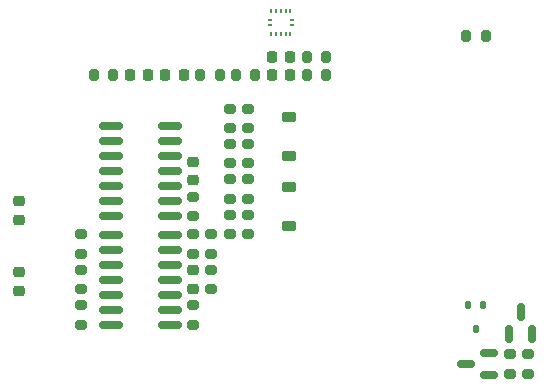
<source format=gtp>
%TF.GenerationSoftware,KiCad,Pcbnew,9.0.4*%
%TF.CreationDate,2026-01-27T00:07:53+00:00*%
%TF.ProjectId,BSPD,42535044-2e6b-4696-9361-645f70636258,1.3.0*%
%TF.SameCoordinates,Original*%
%TF.FileFunction,Paste,Top*%
%TF.FilePolarity,Positive*%
%FSLAX46Y46*%
G04 Gerber Fmt 4.6, Leading zero omitted, Abs format (unit mm)*
G04 Created by KiCad (PCBNEW 9.0.4) date 2026-01-27 00:07:53*
%MOMM*%
%LPD*%
G01*
G04 APERTURE LIST*
G04 Aperture macros list*
%AMRoundRect*
0 Rectangle with rounded corners*
0 $1 Rounding radius*
0 $2 $3 $4 $5 $6 $7 $8 $9 X,Y pos of 4 corners*
0 Add a 4 corners polygon primitive as box body*
4,1,4,$2,$3,$4,$5,$6,$7,$8,$9,$2,$3,0*
0 Add four circle primitives for the rounded corners*
1,1,$1+$1,$2,$3*
1,1,$1+$1,$4,$5*
1,1,$1+$1,$6,$7*
1,1,$1+$1,$8,$9*
0 Add four rect primitives between the rounded corners*
20,1,$1+$1,$2,$3,$4,$5,0*
20,1,$1+$1,$4,$5,$6,$7,0*
20,1,$1+$1,$6,$7,$8,$9,0*
20,1,$1+$1,$8,$9,$2,$3,0*%
G04 Aperture macros list end*
%ADD10RoundRect,0.200000X-0.275000X0.200000X-0.275000X-0.200000X0.275000X-0.200000X0.275000X0.200000X0*%
%ADD11RoundRect,0.200000X0.275000X-0.200000X0.275000X0.200000X-0.275000X0.200000X-0.275000X-0.200000X0*%
%ADD12RoundRect,0.225000X0.375000X-0.225000X0.375000X0.225000X-0.375000X0.225000X-0.375000X-0.225000X0*%
%ADD13RoundRect,0.200000X-0.200000X-0.275000X0.200000X-0.275000X0.200000X0.275000X-0.200000X0.275000X0*%
%ADD14RoundRect,0.112500X0.112500X0.237500X-0.112500X0.237500X-0.112500X-0.237500X0.112500X-0.237500X0*%
%ADD15R,0.200000X0.350000*%
%ADD16R,0.350000X0.200000*%
%ADD17RoundRect,0.200000X0.200000X0.275000X-0.200000X0.275000X-0.200000X-0.275000X0.200000X-0.275000X0*%
%ADD18RoundRect,0.225000X0.225000X0.250000X-0.225000X0.250000X-0.225000X-0.250000X0.225000X-0.250000X0*%
%ADD19RoundRect,0.225000X-0.225000X-0.250000X0.225000X-0.250000X0.225000X0.250000X-0.225000X0.250000X0*%
%ADD20RoundRect,0.218750X0.218750X0.256250X-0.218750X0.256250X-0.218750X-0.256250X0.218750X-0.256250X0*%
%ADD21RoundRect,0.150000X0.825000X0.150000X-0.825000X0.150000X-0.825000X-0.150000X0.825000X-0.150000X0*%
%ADD22RoundRect,0.218750X-0.256250X0.218750X-0.256250X-0.218750X0.256250X-0.218750X0.256250X0.218750X0*%
%ADD23RoundRect,0.150000X0.150000X-0.587500X0.150000X0.587500X-0.150000X0.587500X-0.150000X-0.587500X0*%
%ADD24RoundRect,0.225000X0.250000X-0.225000X0.250000X0.225000X-0.250000X0.225000X-0.250000X-0.225000X0*%
%ADD25RoundRect,0.150000X0.587500X0.150000X-0.587500X0.150000X-0.587500X-0.150000X0.587500X-0.150000X0*%
G04 APERTURE END LIST*
D10*
X160150000Y-93325000D03*
X160150000Y-94975000D03*
D11*
X161800000Y-84325000D03*
X161800000Y-82675000D03*
D10*
X158650000Y-96325000D03*
X158650000Y-97975000D03*
D12*
X166800000Y-83650000D03*
X166800000Y-80350000D03*
D13*
X181775000Y-73500000D03*
X183425000Y-73500000D03*
D10*
X185500000Y-100475000D03*
X185500000Y-102125000D03*
D11*
X161800000Y-90325000D03*
X161800000Y-88675000D03*
D14*
X183250000Y-96300000D03*
X181950000Y-96300000D03*
X182600000Y-98300000D03*
D10*
X163300000Y-82675000D03*
X163300000Y-84325000D03*
X163300000Y-88675000D03*
X163300000Y-90325000D03*
D13*
X150275000Y-76800000D03*
X151925000Y-76800000D03*
D15*
X165300000Y-73400000D03*
X165700000Y-73400000D03*
X166100000Y-73400000D03*
X166500000Y-73400000D03*
X166900000Y-73400000D03*
D16*
X167050000Y-72600000D03*
X167050000Y-72200000D03*
D15*
X166900000Y-71400000D03*
X166500000Y-71400000D03*
X166100000Y-71400000D03*
X165700000Y-71400000D03*
X165300000Y-71400000D03*
D16*
X165150000Y-72200000D03*
X165150000Y-72600000D03*
D17*
X163925000Y-76800000D03*
X162275000Y-76800000D03*
D18*
X166875000Y-76800000D03*
X165325000Y-76800000D03*
D19*
X165325000Y-75300000D03*
X166875000Y-75300000D03*
D20*
X154887500Y-76800000D03*
X153312500Y-76800000D03*
D21*
X156675000Y-88760000D03*
X156675000Y-87490000D03*
X156675000Y-86220000D03*
X156675000Y-84950000D03*
X156675000Y-83680000D03*
X156675000Y-82410000D03*
X156675000Y-81140000D03*
X151725000Y-81140000D03*
X151725000Y-82410000D03*
X151725000Y-83680000D03*
X151725000Y-84950000D03*
X151725000Y-86220000D03*
X151725000Y-87490000D03*
X151725000Y-88760000D03*
D12*
X166800000Y-89650000D03*
X166800000Y-86350000D03*
D11*
X149200000Y-94975000D03*
X149200000Y-93325000D03*
D10*
X161800000Y-85675000D03*
X161800000Y-87325000D03*
D11*
X149200000Y-91975000D03*
X149200000Y-90325000D03*
D17*
X160925000Y-76800000D03*
X159275000Y-76800000D03*
D10*
X163300000Y-85675000D03*
X163300000Y-87325000D03*
X158650000Y-87125000D03*
X158650000Y-88775000D03*
X161800000Y-79675000D03*
X161800000Y-81325000D03*
D22*
X143900000Y-87493519D03*
X143900000Y-89068519D03*
D23*
X185450000Y-98737500D03*
X187350000Y-98737500D03*
X186400000Y-96862500D03*
D11*
X149200000Y-97975000D03*
X149200000Y-96325000D03*
D24*
X158650000Y-85725000D03*
X158650000Y-84175000D03*
D10*
X158650000Y-90325000D03*
X158650000Y-91975000D03*
D22*
X143900000Y-93512500D03*
X143900000Y-95087500D03*
D18*
X157875000Y-76800000D03*
X156325000Y-76800000D03*
D24*
X158650000Y-94925000D03*
X158650000Y-93375000D03*
D13*
X168275000Y-75300000D03*
X169925000Y-75300000D03*
D11*
X187000000Y-102125000D03*
X187000000Y-100475000D03*
D25*
X183687500Y-102250000D03*
X183687500Y-100350000D03*
X181812500Y-101300000D03*
D17*
X169925000Y-76800000D03*
X168275000Y-76800000D03*
D11*
X160150000Y-91975000D03*
X160150000Y-90325000D03*
D21*
X156675000Y-97960000D03*
X156675000Y-96690000D03*
X156675000Y-95420000D03*
X156675000Y-94150000D03*
X156675000Y-92880000D03*
X156675000Y-91610000D03*
X156675000Y-90340000D03*
X151725000Y-90340000D03*
X151725000Y-91610000D03*
X151725000Y-92880000D03*
X151725000Y-94150000D03*
X151725000Y-95420000D03*
X151725000Y-96690000D03*
X151725000Y-97960000D03*
D10*
X163300000Y-79675000D03*
X163300000Y-81325000D03*
M02*

</source>
